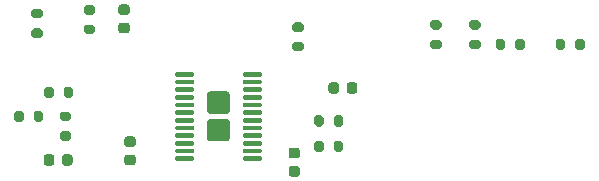
<source format=gbr>
G04 #@! TF.GenerationSoftware,KiCad,Pcbnew,(5.1.8)-1*
G04 #@! TF.CreationDate,2021-02-01T15:09:39-08:00*
G04 #@! TF.ProjectId,Modular_single_driver_Driver,4d6f6475-6c61-4725-9f73-696e676c655f,rev?*
G04 #@! TF.SameCoordinates,Original*
G04 #@! TF.FileFunction,Paste,Top*
G04 #@! TF.FilePolarity,Positive*
%FSLAX46Y46*%
G04 Gerber Fmt 4.6, Leading zero omitted, Abs format (unit mm)*
G04 Created by KiCad (PCBNEW (5.1.8)-1) date 2021-02-01 15:09:39*
%MOMM*%
%LPD*%
G01*
G04 APERTURE LIST*
G04 APERTURE END LIST*
G36*
G01*
X178748500Y-124706500D02*
X178248500Y-124706500D01*
G75*
G02*
X178023500Y-124481500I0J225000D01*
G01*
X178023500Y-124031500D01*
G75*
G02*
X178248500Y-123806500I225000J0D01*
G01*
X178748500Y-123806500D01*
G75*
G02*
X178973500Y-124031500I0J-225000D01*
G01*
X178973500Y-124481500D01*
G75*
G02*
X178748500Y-124706500I-225000J0D01*
G01*
G37*
G36*
G01*
X178748500Y-126256500D02*
X178248500Y-126256500D01*
G75*
G02*
X178023500Y-126031500I0J225000D01*
G01*
X178023500Y-125581500D01*
G75*
G02*
X178248500Y-125356500I225000J0D01*
G01*
X178748500Y-125356500D01*
G75*
G02*
X178973500Y-125581500I0J-225000D01*
G01*
X178973500Y-126031500D01*
G75*
G02*
X178748500Y-126256500I-225000J0D01*
G01*
G37*
G36*
G01*
X163834000Y-113215000D02*
X164334000Y-113215000D01*
G75*
G02*
X164559000Y-113440000I0J-225000D01*
G01*
X164559000Y-113890000D01*
G75*
G02*
X164334000Y-114115000I-225000J0D01*
G01*
X163834000Y-114115000D01*
G75*
G02*
X163609000Y-113890000I0J225000D01*
G01*
X163609000Y-113440000D01*
G75*
G02*
X163834000Y-113215000I225000J0D01*
G01*
G37*
G36*
G01*
X163834000Y-111665000D02*
X164334000Y-111665000D01*
G75*
G02*
X164559000Y-111890000I0J-225000D01*
G01*
X164559000Y-112340000D01*
G75*
G02*
X164334000Y-112565000I-225000J0D01*
G01*
X163834000Y-112565000D01*
G75*
G02*
X163609000Y-112340000I0J225000D01*
G01*
X163609000Y-111890000D01*
G75*
G02*
X163834000Y-111665000I225000J0D01*
G01*
G37*
G36*
G01*
X182288000Y-118495000D02*
X182288000Y-118995000D01*
G75*
G02*
X182063000Y-119220000I-225000J0D01*
G01*
X181613000Y-119220000D01*
G75*
G02*
X181388000Y-118995000I0J225000D01*
G01*
X181388000Y-118495000D01*
G75*
G02*
X181613000Y-118270000I225000J0D01*
G01*
X182063000Y-118270000D01*
G75*
G02*
X182288000Y-118495000I0J-225000D01*
G01*
G37*
G36*
G01*
X183838000Y-118495000D02*
X183838000Y-118995000D01*
G75*
G02*
X183613000Y-119220000I-225000J0D01*
G01*
X183163000Y-119220000D01*
G75*
G02*
X182938000Y-118995000I0J225000D01*
G01*
X182938000Y-118495000D01*
G75*
G02*
X183163000Y-118270000I225000J0D01*
G01*
X183613000Y-118270000D01*
G75*
G02*
X183838000Y-118495000I0J-225000D01*
G01*
G37*
G36*
G01*
X157284000Y-125091000D02*
X157284000Y-124591000D01*
G75*
G02*
X157509000Y-124366000I225000J0D01*
G01*
X157959000Y-124366000D01*
G75*
G02*
X158184000Y-124591000I0J-225000D01*
G01*
X158184000Y-125091000D01*
G75*
G02*
X157959000Y-125316000I-225000J0D01*
G01*
X157509000Y-125316000D01*
G75*
G02*
X157284000Y-125091000I0J225000D01*
G01*
G37*
G36*
G01*
X158834000Y-125091000D02*
X158834000Y-124591000D01*
G75*
G02*
X159059000Y-124366000I225000J0D01*
G01*
X159509000Y-124366000D01*
G75*
G02*
X159734000Y-124591000I0J-225000D01*
G01*
X159734000Y-125091000D01*
G75*
G02*
X159509000Y-125316000I-225000J0D01*
G01*
X159059000Y-125316000D01*
G75*
G02*
X158834000Y-125091000I0J225000D01*
G01*
G37*
G36*
G01*
X164842000Y-125291000D02*
X164342000Y-125291000D01*
G75*
G02*
X164117000Y-125066000I0J225000D01*
G01*
X164117000Y-124616000D01*
G75*
G02*
X164342000Y-124391000I225000J0D01*
G01*
X164842000Y-124391000D01*
G75*
G02*
X165067000Y-124616000I0J-225000D01*
G01*
X165067000Y-125066000D01*
G75*
G02*
X164842000Y-125291000I-225000J0D01*
G01*
G37*
G36*
G01*
X164842000Y-123741000D02*
X164342000Y-123741000D01*
G75*
G02*
X164117000Y-123516000I0J225000D01*
G01*
X164117000Y-123066000D01*
G75*
G02*
X164342000Y-122841000I225000J0D01*
G01*
X164842000Y-122841000D01*
G75*
G02*
X165067000Y-123066000I0J-225000D01*
G01*
X165067000Y-123516000D01*
G75*
G02*
X164842000Y-123741000I-225000J0D01*
G01*
G37*
G36*
G01*
X158134000Y-118851000D02*
X158134000Y-119401000D01*
G75*
G02*
X157934000Y-119601000I-200000J0D01*
G01*
X157534000Y-119601000D01*
G75*
G02*
X157334000Y-119401000I0J200000D01*
G01*
X157334000Y-118851000D01*
G75*
G02*
X157534000Y-118651000I200000J0D01*
G01*
X157934000Y-118651000D01*
G75*
G02*
X158134000Y-118851000I0J-200000D01*
G01*
G37*
G36*
G01*
X159784000Y-118851000D02*
X159784000Y-119401000D01*
G75*
G02*
X159584000Y-119601000I-200000J0D01*
G01*
X159184000Y-119601000D01*
G75*
G02*
X158984000Y-119401000I0J200000D01*
G01*
X158984000Y-118851000D01*
G75*
G02*
X159184000Y-118651000I200000J0D01*
G01*
X159584000Y-118651000D01*
G75*
G02*
X159784000Y-118851000I0J-200000D01*
G01*
G37*
G36*
G01*
X154795000Y-121433000D02*
X154795000Y-120883000D01*
G75*
G02*
X154995000Y-120683000I200000J0D01*
G01*
X155395000Y-120683000D01*
G75*
G02*
X155595000Y-120883000I0J-200000D01*
G01*
X155595000Y-121433000D01*
G75*
G02*
X155395000Y-121633000I-200000J0D01*
G01*
X154995000Y-121633000D01*
G75*
G02*
X154795000Y-121433000I0J200000D01*
G01*
G37*
G36*
G01*
X156445000Y-121433000D02*
X156445000Y-120883000D01*
G75*
G02*
X156645000Y-120683000I200000J0D01*
G01*
X157045000Y-120683000D01*
G75*
G02*
X157245000Y-120883000I0J-200000D01*
G01*
X157245000Y-121433000D01*
G75*
G02*
X157045000Y-121633000I-200000J0D01*
G01*
X156645000Y-121633000D01*
G75*
G02*
X156445000Y-121433000I0J200000D01*
G01*
G37*
G36*
G01*
X181844000Y-123973000D02*
X181844000Y-123423000D01*
G75*
G02*
X182044000Y-123223000I200000J0D01*
G01*
X182444000Y-123223000D01*
G75*
G02*
X182644000Y-123423000I0J-200000D01*
G01*
X182644000Y-123973000D01*
G75*
G02*
X182444000Y-124173000I-200000J0D01*
G01*
X182044000Y-124173000D01*
G75*
G02*
X181844000Y-123973000I0J200000D01*
G01*
G37*
G36*
G01*
X180194000Y-123973000D02*
X180194000Y-123423000D01*
G75*
G02*
X180394000Y-123223000I200000J0D01*
G01*
X180794000Y-123223000D01*
G75*
G02*
X180994000Y-123423000I0J-200000D01*
G01*
X180994000Y-123973000D01*
G75*
G02*
X180794000Y-124173000I-200000J0D01*
G01*
X180394000Y-124173000D01*
G75*
G02*
X180194000Y-123973000I0J200000D01*
G01*
G37*
G36*
G01*
X178541000Y-113202000D02*
X179091000Y-113202000D01*
G75*
G02*
X179291000Y-113402000I0J-200000D01*
G01*
X179291000Y-113802000D01*
G75*
G02*
X179091000Y-114002000I-200000J0D01*
G01*
X178541000Y-114002000D01*
G75*
G02*
X178341000Y-113802000I0J200000D01*
G01*
X178341000Y-113402000D01*
G75*
G02*
X178541000Y-113202000I200000J0D01*
G01*
G37*
G36*
G01*
X178541000Y-114852000D02*
X179091000Y-114852000D01*
G75*
G02*
X179291000Y-115052000I0J-200000D01*
G01*
X179291000Y-115452000D01*
G75*
G02*
X179091000Y-115652000I-200000J0D01*
G01*
X178541000Y-115652000D01*
G75*
G02*
X178341000Y-115452000I0J200000D01*
G01*
X178341000Y-115052000D01*
G75*
G02*
X178541000Y-114852000I200000J0D01*
G01*
G37*
G36*
G01*
X182644000Y-121264000D02*
X182644000Y-121814000D01*
G75*
G02*
X182444000Y-122014000I-200000J0D01*
G01*
X182044000Y-122014000D01*
G75*
G02*
X181844000Y-121814000I0J200000D01*
G01*
X181844000Y-121264000D01*
G75*
G02*
X182044000Y-121064000I200000J0D01*
G01*
X182444000Y-121064000D01*
G75*
G02*
X182644000Y-121264000I0J-200000D01*
G01*
G37*
G36*
G01*
X180994000Y-121264000D02*
X180994000Y-121814000D01*
G75*
G02*
X180794000Y-122014000I-200000J0D01*
G01*
X180394000Y-122014000D01*
G75*
G02*
X180194000Y-121814000I0J200000D01*
G01*
X180194000Y-121264000D01*
G75*
G02*
X180394000Y-121064000I200000J0D01*
G01*
X180794000Y-121064000D01*
G75*
G02*
X180994000Y-121264000I0J-200000D01*
G01*
G37*
G36*
G01*
X161438000Y-114191000D02*
X160888000Y-114191000D01*
G75*
G02*
X160688000Y-113991000I0J200000D01*
G01*
X160688000Y-113591000D01*
G75*
G02*
X160888000Y-113391000I200000J0D01*
G01*
X161438000Y-113391000D01*
G75*
G02*
X161638000Y-113591000I0J-200000D01*
G01*
X161638000Y-113991000D01*
G75*
G02*
X161438000Y-114191000I-200000J0D01*
G01*
G37*
G36*
G01*
X161438000Y-112541000D02*
X160888000Y-112541000D01*
G75*
G02*
X160688000Y-112341000I0J200000D01*
G01*
X160688000Y-111941000D01*
G75*
G02*
X160888000Y-111741000I200000J0D01*
G01*
X161438000Y-111741000D01*
G75*
G02*
X161638000Y-111941000I0J-200000D01*
G01*
X161638000Y-112341000D01*
G75*
G02*
X161438000Y-112541000I-200000J0D01*
G01*
G37*
G36*
G01*
X156993000Y-112859000D02*
X156443000Y-112859000D01*
G75*
G02*
X156243000Y-112659000I0J200000D01*
G01*
X156243000Y-112259000D01*
G75*
G02*
X156443000Y-112059000I200000J0D01*
G01*
X156993000Y-112059000D01*
G75*
G02*
X157193000Y-112259000I0J-200000D01*
G01*
X157193000Y-112659000D01*
G75*
G02*
X156993000Y-112859000I-200000J0D01*
G01*
G37*
G36*
G01*
X156993000Y-114509000D02*
X156443000Y-114509000D01*
G75*
G02*
X156243000Y-114309000I0J200000D01*
G01*
X156243000Y-113909000D01*
G75*
G02*
X156443000Y-113709000I200000J0D01*
G01*
X156993000Y-113709000D01*
G75*
G02*
X157193000Y-113909000I0J-200000D01*
G01*
X157193000Y-114309000D01*
G75*
G02*
X156993000Y-114509000I-200000J0D01*
G01*
G37*
G36*
G01*
X159406000Y-123209000D02*
X158856000Y-123209000D01*
G75*
G02*
X158656000Y-123009000I0J200000D01*
G01*
X158656000Y-122609000D01*
G75*
G02*
X158856000Y-122409000I200000J0D01*
G01*
X159406000Y-122409000D01*
G75*
G02*
X159606000Y-122609000I0J-200000D01*
G01*
X159606000Y-123009000D01*
G75*
G02*
X159406000Y-123209000I-200000J0D01*
G01*
G37*
G36*
G01*
X159406000Y-121559000D02*
X158856000Y-121559000D01*
G75*
G02*
X158656000Y-121359000I0J200000D01*
G01*
X158656000Y-120959000D01*
G75*
G02*
X158856000Y-120759000I200000J0D01*
G01*
X159406000Y-120759000D01*
G75*
G02*
X159606000Y-120959000I0J-200000D01*
G01*
X159606000Y-121359000D01*
G75*
G02*
X159406000Y-121559000I-200000J0D01*
G01*
G37*
G36*
G01*
X190225000Y-114662000D02*
X190775000Y-114662000D01*
G75*
G02*
X190975000Y-114862000I0J-200000D01*
G01*
X190975000Y-115262000D01*
G75*
G02*
X190775000Y-115462000I-200000J0D01*
G01*
X190225000Y-115462000D01*
G75*
G02*
X190025000Y-115262000I0J200000D01*
G01*
X190025000Y-114862000D01*
G75*
G02*
X190225000Y-114662000I200000J0D01*
G01*
G37*
G36*
G01*
X190225000Y-113012000D02*
X190775000Y-113012000D01*
G75*
G02*
X190975000Y-113212000I0J-200000D01*
G01*
X190975000Y-113612000D01*
G75*
G02*
X190775000Y-113812000I-200000J0D01*
G01*
X190225000Y-113812000D01*
G75*
G02*
X190025000Y-113612000I0J200000D01*
G01*
X190025000Y-113212000D01*
G75*
G02*
X190225000Y-113012000I200000J0D01*
G01*
G37*
G36*
G01*
X193527000Y-113012000D02*
X194077000Y-113012000D01*
G75*
G02*
X194277000Y-113212000I0J-200000D01*
G01*
X194277000Y-113612000D01*
G75*
G02*
X194077000Y-113812000I-200000J0D01*
G01*
X193527000Y-113812000D01*
G75*
G02*
X193327000Y-113612000I0J200000D01*
G01*
X193327000Y-113212000D01*
G75*
G02*
X193527000Y-113012000I200000J0D01*
G01*
G37*
G36*
G01*
X193527000Y-114662000D02*
X194077000Y-114662000D01*
G75*
G02*
X194277000Y-114862000I0J-200000D01*
G01*
X194277000Y-115262000D01*
G75*
G02*
X194077000Y-115462000I-200000J0D01*
G01*
X193527000Y-115462000D01*
G75*
G02*
X193327000Y-115262000I0J200000D01*
G01*
X193327000Y-114862000D01*
G75*
G02*
X193527000Y-114662000I200000J0D01*
G01*
G37*
G36*
G01*
X195562000Y-115337000D02*
X195562000Y-114787000D01*
G75*
G02*
X195762000Y-114587000I200000J0D01*
G01*
X196162000Y-114587000D01*
G75*
G02*
X196362000Y-114787000I0J-200000D01*
G01*
X196362000Y-115337000D01*
G75*
G02*
X196162000Y-115537000I-200000J0D01*
G01*
X195762000Y-115537000D01*
G75*
G02*
X195562000Y-115337000I0J200000D01*
G01*
G37*
G36*
G01*
X197212000Y-115337000D02*
X197212000Y-114787000D01*
G75*
G02*
X197412000Y-114587000I200000J0D01*
G01*
X197812000Y-114587000D01*
G75*
G02*
X198012000Y-114787000I0J-200000D01*
G01*
X198012000Y-115337000D01*
G75*
G02*
X197812000Y-115537000I-200000J0D01*
G01*
X197412000Y-115537000D01*
G75*
G02*
X197212000Y-115337000I0J200000D01*
G01*
G37*
G36*
G01*
X202291000Y-115337000D02*
X202291000Y-114787000D01*
G75*
G02*
X202491000Y-114587000I200000J0D01*
G01*
X202891000Y-114587000D01*
G75*
G02*
X203091000Y-114787000I0J-200000D01*
G01*
X203091000Y-115337000D01*
G75*
G02*
X202891000Y-115537000I-200000J0D01*
G01*
X202491000Y-115537000D01*
G75*
G02*
X202291000Y-115337000I0J200000D01*
G01*
G37*
G36*
G01*
X200641000Y-115337000D02*
X200641000Y-114787000D01*
G75*
G02*
X200841000Y-114587000I200000J0D01*
G01*
X201241000Y-114587000D01*
G75*
G02*
X201441000Y-114787000I0J-200000D01*
G01*
X201441000Y-115337000D01*
G75*
G02*
X201241000Y-115537000I-200000J0D01*
G01*
X200841000Y-115537000D01*
G75*
G02*
X200641000Y-115337000I0J200000D01*
G01*
G37*
G36*
G01*
X168435000Y-117683000D02*
X168435000Y-117483000D01*
G75*
G02*
X168535000Y-117383000I100000J0D01*
G01*
X169910000Y-117383000D01*
G75*
G02*
X170010000Y-117483000I0J-100000D01*
G01*
X170010000Y-117683000D01*
G75*
G02*
X169910000Y-117783000I-100000J0D01*
G01*
X168535000Y-117783000D01*
G75*
G02*
X168435000Y-117683000I0J100000D01*
G01*
G37*
G36*
G01*
X168435000Y-118333000D02*
X168435000Y-118133000D01*
G75*
G02*
X168535000Y-118033000I100000J0D01*
G01*
X169910000Y-118033000D01*
G75*
G02*
X170010000Y-118133000I0J-100000D01*
G01*
X170010000Y-118333000D01*
G75*
G02*
X169910000Y-118433000I-100000J0D01*
G01*
X168535000Y-118433000D01*
G75*
G02*
X168435000Y-118333000I0J100000D01*
G01*
G37*
G36*
G01*
X168435000Y-118983000D02*
X168435000Y-118783000D01*
G75*
G02*
X168535000Y-118683000I100000J0D01*
G01*
X169910000Y-118683000D01*
G75*
G02*
X170010000Y-118783000I0J-100000D01*
G01*
X170010000Y-118983000D01*
G75*
G02*
X169910000Y-119083000I-100000J0D01*
G01*
X168535000Y-119083000D01*
G75*
G02*
X168435000Y-118983000I0J100000D01*
G01*
G37*
G36*
G01*
X168435000Y-119633000D02*
X168435000Y-119433000D01*
G75*
G02*
X168535000Y-119333000I100000J0D01*
G01*
X169910000Y-119333000D01*
G75*
G02*
X170010000Y-119433000I0J-100000D01*
G01*
X170010000Y-119633000D01*
G75*
G02*
X169910000Y-119733000I-100000J0D01*
G01*
X168535000Y-119733000D01*
G75*
G02*
X168435000Y-119633000I0J100000D01*
G01*
G37*
G36*
G01*
X168435000Y-120283000D02*
X168435000Y-120083000D01*
G75*
G02*
X168535000Y-119983000I100000J0D01*
G01*
X169910000Y-119983000D01*
G75*
G02*
X170010000Y-120083000I0J-100000D01*
G01*
X170010000Y-120283000D01*
G75*
G02*
X169910000Y-120383000I-100000J0D01*
G01*
X168535000Y-120383000D01*
G75*
G02*
X168435000Y-120283000I0J100000D01*
G01*
G37*
G36*
G01*
X168435000Y-120933000D02*
X168435000Y-120733000D01*
G75*
G02*
X168535000Y-120633000I100000J0D01*
G01*
X169910000Y-120633000D01*
G75*
G02*
X170010000Y-120733000I0J-100000D01*
G01*
X170010000Y-120933000D01*
G75*
G02*
X169910000Y-121033000I-100000J0D01*
G01*
X168535000Y-121033000D01*
G75*
G02*
X168435000Y-120933000I0J100000D01*
G01*
G37*
G36*
G01*
X168435000Y-121583000D02*
X168435000Y-121383000D01*
G75*
G02*
X168535000Y-121283000I100000J0D01*
G01*
X169910000Y-121283000D01*
G75*
G02*
X170010000Y-121383000I0J-100000D01*
G01*
X170010000Y-121583000D01*
G75*
G02*
X169910000Y-121683000I-100000J0D01*
G01*
X168535000Y-121683000D01*
G75*
G02*
X168435000Y-121583000I0J100000D01*
G01*
G37*
G36*
G01*
X168435000Y-122233000D02*
X168435000Y-122033000D01*
G75*
G02*
X168535000Y-121933000I100000J0D01*
G01*
X169910000Y-121933000D01*
G75*
G02*
X170010000Y-122033000I0J-100000D01*
G01*
X170010000Y-122233000D01*
G75*
G02*
X169910000Y-122333000I-100000J0D01*
G01*
X168535000Y-122333000D01*
G75*
G02*
X168435000Y-122233000I0J100000D01*
G01*
G37*
G36*
G01*
X168435000Y-122883000D02*
X168435000Y-122683000D01*
G75*
G02*
X168535000Y-122583000I100000J0D01*
G01*
X169910000Y-122583000D01*
G75*
G02*
X170010000Y-122683000I0J-100000D01*
G01*
X170010000Y-122883000D01*
G75*
G02*
X169910000Y-122983000I-100000J0D01*
G01*
X168535000Y-122983000D01*
G75*
G02*
X168435000Y-122883000I0J100000D01*
G01*
G37*
G36*
G01*
X168435000Y-123533000D02*
X168435000Y-123333000D01*
G75*
G02*
X168535000Y-123233000I100000J0D01*
G01*
X169910000Y-123233000D01*
G75*
G02*
X170010000Y-123333000I0J-100000D01*
G01*
X170010000Y-123533000D01*
G75*
G02*
X169910000Y-123633000I-100000J0D01*
G01*
X168535000Y-123633000D01*
G75*
G02*
X168435000Y-123533000I0J100000D01*
G01*
G37*
G36*
G01*
X168435000Y-124183000D02*
X168435000Y-123983000D01*
G75*
G02*
X168535000Y-123883000I100000J0D01*
G01*
X169910000Y-123883000D01*
G75*
G02*
X170010000Y-123983000I0J-100000D01*
G01*
X170010000Y-124183000D01*
G75*
G02*
X169910000Y-124283000I-100000J0D01*
G01*
X168535000Y-124283000D01*
G75*
G02*
X168435000Y-124183000I0J100000D01*
G01*
G37*
G36*
G01*
X168435000Y-124833000D02*
X168435000Y-124633000D01*
G75*
G02*
X168535000Y-124533000I100000J0D01*
G01*
X169910000Y-124533000D01*
G75*
G02*
X170010000Y-124633000I0J-100000D01*
G01*
X170010000Y-124833000D01*
G75*
G02*
X169910000Y-124933000I-100000J0D01*
G01*
X168535000Y-124933000D01*
G75*
G02*
X168435000Y-124833000I0J100000D01*
G01*
G37*
G36*
G01*
X174160000Y-124833000D02*
X174160000Y-124633000D01*
G75*
G02*
X174260000Y-124533000I100000J0D01*
G01*
X175635000Y-124533000D01*
G75*
G02*
X175735000Y-124633000I0J-100000D01*
G01*
X175735000Y-124833000D01*
G75*
G02*
X175635000Y-124933000I-100000J0D01*
G01*
X174260000Y-124933000D01*
G75*
G02*
X174160000Y-124833000I0J100000D01*
G01*
G37*
G36*
G01*
X174160000Y-124183000D02*
X174160000Y-123983000D01*
G75*
G02*
X174260000Y-123883000I100000J0D01*
G01*
X175635000Y-123883000D01*
G75*
G02*
X175735000Y-123983000I0J-100000D01*
G01*
X175735000Y-124183000D01*
G75*
G02*
X175635000Y-124283000I-100000J0D01*
G01*
X174260000Y-124283000D01*
G75*
G02*
X174160000Y-124183000I0J100000D01*
G01*
G37*
G36*
G01*
X174160000Y-123533000D02*
X174160000Y-123333000D01*
G75*
G02*
X174260000Y-123233000I100000J0D01*
G01*
X175635000Y-123233000D01*
G75*
G02*
X175735000Y-123333000I0J-100000D01*
G01*
X175735000Y-123533000D01*
G75*
G02*
X175635000Y-123633000I-100000J0D01*
G01*
X174260000Y-123633000D01*
G75*
G02*
X174160000Y-123533000I0J100000D01*
G01*
G37*
G36*
G01*
X174160000Y-122883000D02*
X174160000Y-122683000D01*
G75*
G02*
X174260000Y-122583000I100000J0D01*
G01*
X175635000Y-122583000D01*
G75*
G02*
X175735000Y-122683000I0J-100000D01*
G01*
X175735000Y-122883000D01*
G75*
G02*
X175635000Y-122983000I-100000J0D01*
G01*
X174260000Y-122983000D01*
G75*
G02*
X174160000Y-122883000I0J100000D01*
G01*
G37*
G36*
G01*
X174160000Y-122233000D02*
X174160000Y-122033000D01*
G75*
G02*
X174260000Y-121933000I100000J0D01*
G01*
X175635000Y-121933000D01*
G75*
G02*
X175735000Y-122033000I0J-100000D01*
G01*
X175735000Y-122233000D01*
G75*
G02*
X175635000Y-122333000I-100000J0D01*
G01*
X174260000Y-122333000D01*
G75*
G02*
X174160000Y-122233000I0J100000D01*
G01*
G37*
G36*
G01*
X174160000Y-121583000D02*
X174160000Y-121383000D01*
G75*
G02*
X174260000Y-121283000I100000J0D01*
G01*
X175635000Y-121283000D01*
G75*
G02*
X175735000Y-121383000I0J-100000D01*
G01*
X175735000Y-121583000D01*
G75*
G02*
X175635000Y-121683000I-100000J0D01*
G01*
X174260000Y-121683000D01*
G75*
G02*
X174160000Y-121583000I0J100000D01*
G01*
G37*
G36*
G01*
X174160000Y-120933000D02*
X174160000Y-120733000D01*
G75*
G02*
X174260000Y-120633000I100000J0D01*
G01*
X175635000Y-120633000D01*
G75*
G02*
X175735000Y-120733000I0J-100000D01*
G01*
X175735000Y-120933000D01*
G75*
G02*
X175635000Y-121033000I-100000J0D01*
G01*
X174260000Y-121033000D01*
G75*
G02*
X174160000Y-120933000I0J100000D01*
G01*
G37*
G36*
G01*
X174160000Y-120283000D02*
X174160000Y-120083000D01*
G75*
G02*
X174260000Y-119983000I100000J0D01*
G01*
X175635000Y-119983000D01*
G75*
G02*
X175735000Y-120083000I0J-100000D01*
G01*
X175735000Y-120283000D01*
G75*
G02*
X175635000Y-120383000I-100000J0D01*
G01*
X174260000Y-120383000D01*
G75*
G02*
X174160000Y-120283000I0J100000D01*
G01*
G37*
G36*
G01*
X174160000Y-119633000D02*
X174160000Y-119433000D01*
G75*
G02*
X174260000Y-119333000I100000J0D01*
G01*
X175635000Y-119333000D01*
G75*
G02*
X175735000Y-119433000I0J-100000D01*
G01*
X175735000Y-119633000D01*
G75*
G02*
X175635000Y-119733000I-100000J0D01*
G01*
X174260000Y-119733000D01*
G75*
G02*
X174160000Y-119633000I0J100000D01*
G01*
G37*
G36*
G01*
X174160000Y-118983000D02*
X174160000Y-118783000D01*
G75*
G02*
X174260000Y-118683000I100000J0D01*
G01*
X175635000Y-118683000D01*
G75*
G02*
X175735000Y-118783000I0J-100000D01*
G01*
X175735000Y-118983000D01*
G75*
G02*
X175635000Y-119083000I-100000J0D01*
G01*
X174260000Y-119083000D01*
G75*
G02*
X174160000Y-118983000I0J100000D01*
G01*
G37*
G36*
G01*
X174160000Y-118333000D02*
X174160000Y-118133000D01*
G75*
G02*
X174260000Y-118033000I100000J0D01*
G01*
X175635000Y-118033000D01*
G75*
G02*
X175735000Y-118133000I0J-100000D01*
G01*
X175735000Y-118333000D01*
G75*
G02*
X175635000Y-118433000I-100000J0D01*
G01*
X174260000Y-118433000D01*
G75*
G02*
X174160000Y-118333000I0J100000D01*
G01*
G37*
G36*
G01*
X174160000Y-117683000D02*
X174160000Y-117483000D01*
G75*
G02*
X174260000Y-117383000I100000J0D01*
G01*
X175635000Y-117383000D01*
G75*
G02*
X175735000Y-117483000I0J-100000D01*
G01*
X175735000Y-117683000D01*
G75*
G02*
X175635000Y-117783000I-100000J0D01*
G01*
X174260000Y-117783000D01*
G75*
G02*
X174160000Y-117683000I0J100000D01*
G01*
G37*
G36*
G01*
X171120000Y-120683001D02*
X171120000Y-119292999D01*
G75*
G02*
X171369999Y-119043000I249999J0D01*
G01*
X172800001Y-119043000D01*
G75*
G02*
X173050000Y-119292999I0J-249999D01*
G01*
X173050000Y-120683001D01*
G75*
G02*
X172800001Y-120933000I-249999J0D01*
G01*
X171369999Y-120933000D01*
G75*
G02*
X171120000Y-120683001I0J249999D01*
G01*
G37*
G36*
G01*
X171120000Y-123023001D02*
X171120000Y-121632999D01*
G75*
G02*
X171369999Y-121383000I249999J0D01*
G01*
X172800001Y-121383000D01*
G75*
G02*
X173050000Y-121632999I0J-249999D01*
G01*
X173050000Y-123023001D01*
G75*
G02*
X172800001Y-123273000I-249999J0D01*
G01*
X171369999Y-123273000D01*
G75*
G02*
X171120000Y-123023001I0J249999D01*
G01*
G37*
M02*

</source>
